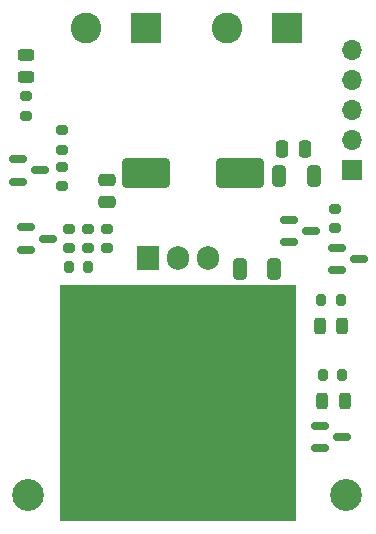
<source format=gbr>
%TF.GenerationSoftware,KiCad,Pcbnew,7.0.1*%
%TF.CreationDate,2023-06-22T21:15:45-04:00*%
%TF.ProjectId,lnbf-psu,6c6e6266-2d70-4737-952e-6b696361645f,1*%
%TF.SameCoordinates,Original*%
%TF.FileFunction,Soldermask,Top*%
%TF.FilePolarity,Negative*%
%FSLAX46Y46*%
G04 Gerber Fmt 4.6, Leading zero omitted, Abs format (unit mm)*
G04 Created by KiCad (PCBNEW 7.0.1) date 2023-06-22 21:15:45*
%MOMM*%
%LPD*%
G01*
G04 APERTURE LIST*
G04 Aperture macros list*
%AMRoundRect*
0 Rectangle with rounded corners*
0 $1 Rounding radius*
0 $2 $3 $4 $5 $6 $7 $8 $9 X,Y pos of 4 corners*
0 Add a 4 corners polygon primitive as box body*
4,1,4,$2,$3,$4,$5,$6,$7,$8,$9,$2,$3,0*
0 Add four circle primitives for the rounded corners*
1,1,$1+$1,$2,$3*
1,1,$1+$1,$4,$5*
1,1,$1+$1,$6,$7*
1,1,$1+$1,$8,$9*
0 Add four rect primitives between the rounded corners*
20,1,$1+$1,$2,$3,$4,$5,0*
20,1,$1+$1,$4,$5,$6,$7,0*
20,1,$1+$1,$6,$7,$8,$9,0*
20,1,$1+$1,$8,$9,$2,$3,0*%
G04 Aperture macros list end*
%ADD10RoundRect,0.243750X-0.456250X0.243750X-0.456250X-0.243750X0.456250X-0.243750X0.456250X0.243750X0*%
%ADD11R,1.700000X1.700000*%
%ADD12O,1.700000X1.700000*%
%ADD13RoundRect,0.150000X-0.587500X-0.150000X0.587500X-0.150000X0.587500X0.150000X-0.587500X0.150000X0*%
%ADD14RoundRect,0.200000X-0.275000X0.200000X-0.275000X-0.200000X0.275000X-0.200000X0.275000X0.200000X0*%
%ADD15C,2.700000*%
%ADD16C,0.800000*%
%ADD17R,20.000000X20.000000*%
%ADD18RoundRect,0.200000X0.275000X-0.200000X0.275000X0.200000X-0.275000X0.200000X-0.275000X-0.200000X0*%
%ADD19R,2.600000X2.600000*%
%ADD20C,2.600000*%
%ADD21RoundRect,0.250000X-0.325000X-0.650000X0.325000X-0.650000X0.325000X0.650000X-0.325000X0.650000X0*%
%ADD22RoundRect,0.250000X1.750000X1.000000X-1.750000X1.000000X-1.750000X-1.000000X1.750000X-1.000000X0*%
%ADD23RoundRect,0.200000X0.200000X0.275000X-0.200000X0.275000X-0.200000X-0.275000X0.200000X-0.275000X0*%
%ADD24RoundRect,0.243750X0.243750X0.456250X-0.243750X0.456250X-0.243750X-0.456250X0.243750X-0.456250X0*%
%ADD25RoundRect,0.250000X-0.475000X0.250000X-0.475000X-0.250000X0.475000X-0.250000X0.475000X0.250000X0*%
%ADD26RoundRect,0.250000X-0.250000X-0.475000X0.250000X-0.475000X0.250000X0.475000X-0.250000X0.475000X0*%
%ADD27O,3.500000X3.500000*%
%ADD28R,1.905000X2.000000*%
%ADD29O,1.905000X2.000000*%
G04 APERTURE END LIST*
D10*
%TO.C,D1*%
X145400000Y-100262500D03*
X145400000Y-102137500D03*
%TD*%
D11*
%TO.C,J3*%
X173000000Y-110000000D03*
D12*
X173000000Y-107460000D03*
X173000000Y-104920000D03*
X173000000Y-102380000D03*
X173000000Y-99840000D03*
%TD*%
D13*
%TO.C,Q5*%
X167600000Y-114200000D03*
X167600000Y-116100000D03*
X169475000Y-115150000D03*
%TD*%
D14*
%TO.C,R5*%
X148400000Y-109750000D03*
X148400000Y-111400000D03*
%TD*%
D15*
%TO.C,H1*%
X172500000Y-137500000D03*
%TD*%
D16*
%TO.C,HS1*%
X150250000Y-137750000D03*
X152250000Y-137750000D03*
X154250000Y-137750000D03*
X156250000Y-137750000D03*
X158250000Y-137750000D03*
X160250000Y-137750000D03*
X162250000Y-137750000D03*
X164250000Y-137750000D03*
X166250000Y-137750000D03*
X150250000Y-135750000D03*
X152250000Y-135750000D03*
X154250000Y-135750000D03*
X162250000Y-135750000D03*
X164250000Y-135750000D03*
X166250000Y-135750000D03*
X150250000Y-133750000D03*
X152250000Y-133750000D03*
X154250000Y-133750000D03*
X162250000Y-133750000D03*
X164250000Y-133750000D03*
X166250000Y-133750000D03*
X150250000Y-131750000D03*
X152250000Y-131750000D03*
X154250000Y-131750000D03*
X162250000Y-131750000D03*
X164250000Y-131750000D03*
X166250000Y-131750000D03*
X150250000Y-129750000D03*
X152250000Y-129750000D03*
X154250000Y-129750000D03*
X156250000Y-129750000D03*
X158250000Y-129750000D03*
D17*
X158250000Y-129750000D03*
D16*
X160250000Y-129750000D03*
X162250000Y-129750000D03*
X164250000Y-129750000D03*
X166250000Y-129750000D03*
X150250000Y-127750000D03*
X152250000Y-127750000D03*
X154250000Y-127750000D03*
X156250000Y-127750000D03*
X158250000Y-127750000D03*
X160250000Y-127750000D03*
X162250000Y-127750000D03*
X164250000Y-127750000D03*
X166250000Y-127750000D03*
X150250000Y-125750000D03*
X152250000Y-125750000D03*
X154250000Y-125750000D03*
X156250000Y-125750000D03*
X158250000Y-125750000D03*
X160250000Y-125750000D03*
X162250000Y-125750000D03*
X164250000Y-125750000D03*
X166250000Y-125750000D03*
%TD*%
D18*
%TO.C,R3*%
X150600000Y-116650000D03*
X150600000Y-115000000D03*
%TD*%
D14*
%TO.C,R7*%
X148400000Y-106650000D03*
X148400000Y-108300000D03*
%TD*%
D19*
%TO.C,J1*%
X167465000Y-98000000D03*
D20*
X162385000Y-98000000D03*
%TD*%
D13*
%TO.C,Q4*%
X170237500Y-131650000D03*
X170237500Y-133550000D03*
X172112500Y-132600000D03*
%TD*%
D14*
%TO.C,R9*%
X171537500Y-113300000D03*
X171537500Y-114950000D03*
%TD*%
D21*
%TO.C,C4*%
X166775000Y-110500000D03*
X169725000Y-110500000D03*
%TD*%
D22*
%TO.C,C5*%
X163500000Y-110250000D03*
X155500000Y-110250000D03*
%TD*%
D14*
%TO.C,R2*%
X149000000Y-114975000D03*
X149000000Y-116625000D03*
%TD*%
D23*
%TO.C,R11*%
X172025000Y-121000000D03*
X170375000Y-121000000D03*
%TD*%
%TO.C,R8*%
X172137500Y-127400000D03*
X170487500Y-127400000D03*
%TD*%
D13*
%TO.C,Q3*%
X144662500Y-109100000D03*
X144662500Y-111000000D03*
X146537500Y-110050000D03*
%TD*%
D24*
%TO.C,D3*%
X172137500Y-123200000D03*
X170262500Y-123200000D03*
%TD*%
D19*
%TO.C,J2*%
X155545000Y-98000000D03*
D20*
X150465000Y-98000000D03*
%TD*%
D24*
%TO.C,D2*%
X172337500Y-129600000D03*
X170462500Y-129600000D03*
%TD*%
D21*
%TO.C,C2*%
X163450000Y-118400000D03*
X166400000Y-118400000D03*
%TD*%
D13*
%TO.C,Q6*%
X171662500Y-116600000D03*
X171662500Y-118500000D03*
X173537500Y-117550000D03*
%TD*%
D23*
%TO.C,R1*%
X150625000Y-118225000D03*
X148975000Y-118225000D03*
%TD*%
D13*
%TO.C,Q1*%
X145325000Y-114875000D03*
X145325000Y-116775000D03*
X147200000Y-115825000D03*
%TD*%
D18*
%TO.C,R6*%
X145400000Y-105425000D03*
X145400000Y-103775000D03*
%TD*%
D25*
%TO.C,C1*%
X152200000Y-110850000D03*
X152200000Y-112750000D03*
%TD*%
D18*
%TO.C,R4*%
X152200000Y-116625000D03*
X152200000Y-114975000D03*
%TD*%
D15*
%TO.C,H2*%
X145500000Y-137500000D03*
%TD*%
D26*
%TO.C,C3*%
X167050000Y-108200000D03*
X168950000Y-108200000D03*
%TD*%
D27*
%TO.C,U1*%
X158250000Y-133250000D03*
D28*
X155710000Y-117450000D03*
D29*
X158250000Y-117450000D03*
X160790000Y-117450000D03*
%TD*%
M02*

</source>
